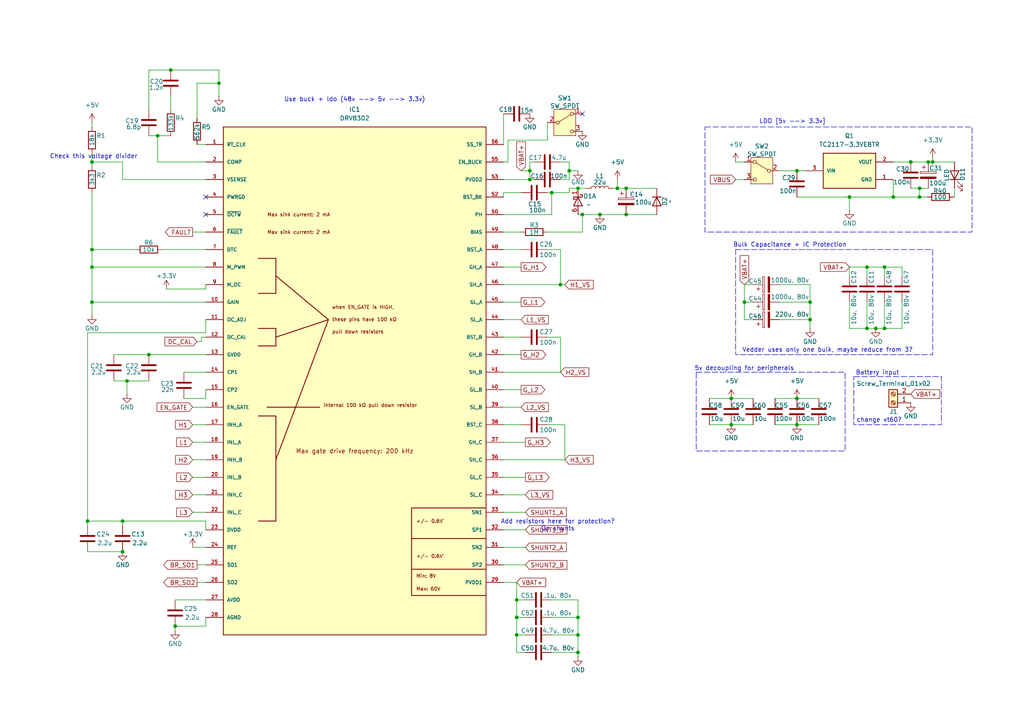
<source format=kicad_sch>
(kicad_sch (version 20250114) (generator "eeschema") (generator_version "9.0")
  (paper "A4")
  (lib_symbols
    (symbol "Connector:Screw_Terminal_01x02" (pin_names (offset 1.016) (hide yes))
      (property "Reference" "J" (at 0 2.54 0))
      (property "Value" "Screw_Terminal_01x02" (at 0 -5.08 0))
      (symbol "Screw_Terminal_01x02_1_1"
        (rectangle (start -1.27 1.27) (end 1.27 -3.81) (stroke (width 0.254)) (fill (type background)))
        (polyline (pts (xy -0.5334 0.3302) (xy 0.3302 -0.508)) (stroke (width 0.1524)))
        (polyline (pts (xy -0.5334 -2.2098) (xy 0.3302 -3.048)) (stroke (width 0.1524)))
        (polyline (pts (xy -0.3556 0.508) (xy 0.508 -0.3302)) (stroke (width 0.1524)))
        (polyline (pts (xy -0.3556 -2.032) (xy 0.508 -2.8702)) (stroke (width 0.1524)))
        (circle (center 0 0) (radius 0.635) (stroke (width 0.1524)))
        (circle (center 0 -2.54) (radius 0.635) (stroke (width 0.1524)))
        (pin passive line (at -5.08 0 0) (length 3.81) (name "Pin_1") (number "1"))
        (pin passive line (at -5.08 -2.54 0) (length 3.81) (name "Pin_2") (number "2"))
      )
    )
    (symbol "Device:C" (pin_numbers (hide yes)) (pin_names (offset 0.254))
      (property "Reference" "C" (at 0.635 2.54 0))
      (property "Value" "C" (at 0.635 -2.54 0))
      (symbol "C_0_1"
        (polyline (pts (xy -2.032 0.762) (xy 2.032 0.762)) (stroke (width 0.508)))
        (polyline (pts (xy -2.032 -0.762) (xy 2.032 -0.762)) (stroke (width 0.508)))
      )
      (symbol "C_1_1"
        (pin passive line (at 0 3.81 270) (length 2.794) (name "~") (number "1"))
        (pin passive line (at 0 -3.81 90) (length 2.794) (name "~") (number "2"))
      )
    )
    (symbol "Device:C_Polarized" (pin_numbers (hide yes)) (pin_names (offset 0.254))
      (property "Reference" "C" (at 0.635 2.54 0))
      (property "Value" "C_Polarized" (at 0.635 -2.54 0))
      (symbol "C_Polarized_0_1"
        (rectangle (start -2.286 0.508) (end 2.286 1.016))
        (polyline (pts (xy -1.778 2.286) (xy -0.762 2.286)))
        (polyline (pts (xy -1.27 2.794) (xy -1.27 1.778)))
        (rectangle (start 2.286 -0.508) (end -2.286 -1.016) (fill (type outline)))
      )
      (symbol "C_Polarized_1_1"
        (pin passive line (at 0 3.81 270) (length 2.794) (name "~") (number "1"))
        (pin passive line (at 0 -3.81 90) (length 2.794) (name "~") (number "2"))
      )
    )
    (symbol "Device:D" (pin_numbers (hide yes)) (pin_names (offset 1.016) (hide yes))
      (property "Reference" "D" (at 0 2.54 0))
      (property "Value" "D" (at 0 -2.54 0))
      (symbol "D_0_1"
        (polyline (pts (xy -1.27 1.27) (xy -1.27 -1.27)) (stroke (width 0.254)))
        (polyline (pts (xy 1.27 1.27) (xy 1.27 -1.27) (xy -1.27 0) (xy 1.27 1.27)) (stroke (width 0.254)))
        (polyline (pts (xy 1.27 0) (xy -1.27 0)))
      )
      (symbol "D_1_1"
        (pin passive line (at -3.81 0 0) (length 2.54) (name "K") (number "1"))
        (pin passive line (at 3.81 0 180) (length 2.54) (name "A") (number "2"))
      )
    )
    (symbol "Device:L" (pin_numbers (hide yes)) (pin_names (offset 1.016) (hide yes))
      (property "Reference" "L" (at -1.27 0 90))
      (property "Value" "L" (at 1.905 0 90))
      (symbol "L_0_1"
        (arc (start 0 2.54) (mid 0.6323 1.905) (end 0 1.27))
        (arc (start 0 1.27) (mid 0.6323 0.635) (end 0 0))
        (arc (start 0 0) (mid 0.6323 -0.635) (end 0 -1.27))
        (arc (start 0 -1.27) (mid 0.6323 -1.905) (end 0 -2.54))
      )
      (symbol "L_1_1"
        (pin passive line (at 0 3.81 270) (length 1.27) (name "1") (number "1"))
        (pin passive line (at 0 -3.81 90) (length 1.27) (name "2") (number "2"))
      )
    )
    (symbol "Device:LED" (pin_numbers (hide yes)) (pin_names (offset 1.016) (hide yes))
      (property "Reference" "D" (at 0 2.54 0))
      (property "Value" "LED" (at 0 -2.54 0))
      (symbol "LED_0_1"
        (polyline (pts (xy -3.048 -0.762) (xy -4.572 -2.286) (xy -3.81 -2.286) (xy -4.572 -2.286) (xy -4.572 -1.524)))
        (polyline (pts (xy -1.778 -0.762) (xy -3.302 -2.286) (xy -2.54 -2.286) (xy -3.302 -2.286) (xy -3.302 -1.524)))
        (polyline (pts (xy -1.27 0) (xy 1.27 0)))
        (polyline (pts (xy -1.27 -1.27) (xy -1.27 1.27)) (stroke (width 0.254)))
        (polyline (pts (xy 1.27 -1.27) (xy 1.27 1.27) (xy -1.27 0) (xy 1.27 -1.27)) (stroke (width 0.254)))
      )
      (symbol "LED_1_1"
        (pin passive line (at -3.81 0 0) (length 2.54) (name "K") (number "1"))
        (pin passive line (at 3.81 0 180) (length 2.54) (name "A") (number "2"))
      )
    )
    (symbol "Device:R" (pin_numbers (hide yes)) (pin_names (offset 0))
      (property "Reference" "R" (at 2.032 0 90))
      (property "Value" "R" (at 0 0 90))
      (symbol "R_0_1"
        (rectangle (start -1.016 -2.54) (end 1.016 2.54) (stroke (width 0.254)))
      )
      (symbol "R_1_1"
        (pin passive line (at 0 3.81 270) (length 1.27) (name "~") (number "1"))
        (pin passive line (at 0 -3.81 90) (length 1.27) (name "~") (number "2"))
      )
    )
    (symbol "Diode:SD103ATW" (pin_names (hide yes))
      (property "Reference" "D" (at -1.27 2.54 0))
      (property "Value" "SD103ATW" (at 0 -2.54 0))
      (symbol "SD103ATW_0_1"
        (polyline (pts (xy -1.905 0.635) (xy -1.905 1.27) (xy -1.27 1.27) (xy -1.27 -1.27) (xy -0.635 -1.27) (xy -0.635 -0.635)) (stroke (width 0.254)))
        (polyline (pts (xy 1.27 1.27) (xy 1.27 -1.27) (xy -1.27 0) (xy 1.27 1.27)) (stroke (width 0.254)))
        (polyline (pts (xy 1.27 0) (xy -1.27 0)))
      )
      (symbol "SD103ATW_1_1"
        (pin passive line (at -3.81 0 0) (length 2.54) (name "K") (number "1"))
        (pin passive line (at 3.81 0 180) (length 2.54) (name "A") (number "6"))
      )
      (symbol "SD103ATW_2_1"
        (pin passive line (at -3.81 0 0) (length 2.54) (name "K") (number "2"))
        (pin passive line (at 3.81 0 180) (length 2.54) (name "A") (number "5"))
      )
      (symbol "SD103ATW_3_1"
        (pin passive line (at -3.81 0 0) (length 2.54) (name "K") (number "3"))
        (pin passive line (at 3.81 0 180) (length 2.54) (name "A") (number "4"))
      )
    )
    (symbol "LDO:TC2117-3.3VEBTR" (pin_names (offset 1.016))
      (property "Reference" "Q" (at -7.6313 5.8507 0))
      (property "Value" "TC2117-3.3VEBTR" (at -7.6281 -7.6281 0))
      (symbol "TC2117-3.3VEBTR_0_0"
        (rectangle (start -7.62 -5.08) (end 7.62 5.08) (stroke (width 0.254)) (fill (type background)))
        (pin input line (at -12.7 0 0) (length 5.08) (name "VIN") (number "3"))
        (pin output line (at 12.7 2.54 180) (length 5.08) (name "VOUT") (number "2"))
        (pin output line (at 12.7 2.54 180) (length 5.08) (hide yes) (name "VOUT") (number "4"))
        (pin power_in line (at 12.7 -2.54 180) (length 5.08) (name "GND") (number "1"))
      )
    )
    (symbol "Switch:SW_SPDT" (pin_names (offset 0) (hide yes))
      (property "Reference" "SW" (at 0 5.08 0))
      (property "Value" "SW_SPDT" (at 0 -5.08 0))
      (symbol "SW_SPDT_0_1"
        (circle (center -2.032 0) (radius 0.4572))
        (polyline (pts (xy -1.651 0.254) (xy 1.651 2.286)))
        (circle (center 2.032 2.54) (radius 0.4572))
        (circle (center 2.032 -2.54) (radius 0.4572))
      )
      (symbol "SW_SPDT_1_1"
        (rectangle (start -3.175 3.81) (end 3.175 -3.81) (fill (type background)))
        (pin passive line (at -5.08 0 0) (length 2.54) (name "B") (number "2"))
        (pin passive line (at 5.08 2.54 180) (length 2.54) (name "A") (number "1"))
        (pin passive line (at 5.08 -2.54 180) (length 2.54) (name "C") (number "3"))
      )
    )
    (symbol "ebike-Symbols:DRV8302" (pin_names (offset 1.016))
      (property "Reference" "IC" (at -38.1 76.2 0))
      (property "Value" "DRV8302" (at 0 53.34 0))
      (symbol "DRV8302_0_0"
        (rectangle (start -38.1 -73.66) (end 38.1 73.66) (stroke (width 0.254)) (fill (type background)))
        (polyline (pts (xy -27.94 35.56) (xy -22.86 35.56)) (stroke (width 0.254)))
        (polyline (pts (xy -27.94 15.24) (xy -22.86 15.24)) (stroke (width 0.254)))
        (polyline (pts (xy -27.94 -10.16) (xy -22.86 -10.16)) (stroke (width 0.254)))
        (polyline (pts (xy -22.86 35.56) (xy -22.86 30.48)) (stroke (width 0.254)))
        (polyline (pts (xy -22.86 30.48) (xy -22.86 25.4)) (stroke (width 0.254)))
        (polyline (pts (xy -22.86 25.4) (xy -27.94 25.4)) (stroke (width 0.254)))
        (polyline (pts (xy -22.86 15.24) (xy -22.86 12.7)) (stroke (width 0.254)))
        (polyline (pts (xy -22.86 12.7) (xy -22.86 10.16)) (stroke (width 0.254)))
        (polyline (pts (xy -22.86 10.16) (xy -27.94 10.16)) (stroke (width 0.254)))
        (polyline (pts (xy -22.86 -10.16) (xy -22.86 -22.86)) (stroke (width 0.254)))
        (polyline (pts (xy -22.86 -22.86) (xy -22.86 -40.64)) (stroke (width 0.254)))
        (polyline (pts (xy -22.86 -22.86) (xy -7.62 17.78)) (stroke (width 0.254)))
        (polyline (pts (xy -22.86 -40.64) (xy -27.94 -40.64)) (stroke (width 0.254)))
        (polyline (pts (xy -10.16 -7.62) (xy -25.4 -7.62)) (stroke (width 0.254)))
        (polyline (pts (xy -7.62 17.78) (xy -22.86 30.48)) (stroke (width 0.254)))
        (polyline (pts (xy -7.62 17.78) (xy -22.86 12.7)) (stroke (width 0.254)))
        (polyline (pts (xy 16.51 -36.83) (xy 16.51 -45.72)) (stroke (width 0.254)))
        (polyline (pts (xy 16.51 -36.83) (xy 38.1 -36.83)) (stroke (width 0.254)))
        (polyline (pts (xy 16.51 -45.72) (xy 16.51 -54.61)) (stroke (width 0.254)))
        (polyline (pts (xy 16.51 -45.72) (xy 38.1 -45.72)) (stroke (width 0.254)))
        (polyline (pts (xy 16.51 -54.61) (xy 16.51 -62.23)) (stroke (width 0.254)))
        (polyline (pts (xy 16.51 -54.61) (xy 38.1 -54.61)) (stroke (width 0.254)))
        (polyline (pts (xy 16.51 -62.23) (xy 38.1 -62.23)) (stroke (width 0.254)))
        (text "Max sink current: 2 mA" (at -25.4 48.26 0) (effects (font (size 1.016 1.016)) (justify left)))
        (text "Max sink current: 2 mA" (at -25.4 43.18 0) (effects (font (size 1.016 1.016)) (justify left)))
        (text "internal 100 kΩ pull down resistor" (at -9.144 -7.62 0) (effects (font (size 1.016 1.016)) (justify left bottom)))
        (text "when EN_GATE is HIGH," (at -6.604 20.828 0) (effects (font (size 1.016 1.016)) (justify left bottom)))
        (text "these pins have 100 kΩ" (at -6.604 17.272 0) (effects (font (size 1.016 1.016)) (justify left bottom)))
        (text "pull down resistors" (at -6.604 13.716 0) (effects (font (size 1.016 1.016)) (justify left bottom)))
        (text "Max gate drive frequency: 200 kHz" (at 0 -20.32 0) (effects (font (size 1.27 1.27))))
        (text "+/- 0.6V'" (at 17.78 -40.64 0) (effects (font (size 1.016 1.016)) (justify left)))
        (text "+/- 0.6V'" (at 17.78 -50.8 0) (effects (font (size 1.016 1.016)) (justify left)))
        (text "Min: 8V" (at 17.78 -57.15 0) (effects (font (size 1.016 1.016)) (justify left bottom)))
        (text "Max: 60V" (at 17.78 -59.69 0) (effects (font (size 1.016 1.016)) (justify left top)))
        (pin input line (at -43.18 68.58 0) (length 5.08) (name "RT_CLK") (number "1"))
        (pin output line (at -43.18 63.5 0) (length 5.08) (name "COMP") (number "2"))
        (pin input line (at -43.18 58.42 0) (length 5.08) (name "VSENSE") (number "3"))
        (pin input line (at -43.18 53.34 0) (length 5.08) (name "PWRGD") (number "4"))
        (pin open_collector line (at -43.18 48.26 0) (length 5.08) (name "~{OCTW}") (number "5"))
        (pin open_collector line (at -43.18 43.18 0) (length 5.08) (name "~{FAULT}") (number "6"))
        (pin input line (at -43.18 38.1 0) (length 5.08) (name "DTC") (number "7"))
        (pin input line (at -43.18 33.02 0) (length 5.08) (name "M_PWM") (number "8"))
        (pin input line (at -43.18 27.94 0) (length 5.08) (name "M_OC") (number "9"))
        (pin output line (at -43.18 22.86 0) (length 5.08) (name "GAIN") (number "10"))
        (pin input line (at -43.18 17.78 0) (length 5.08) (name "OC_ADJ") (number "11"))
        (pin input line (at -43.18 12.7 0) (length 5.08) (name "DC_CAL") (number "12"))
        (pin power_in line (at -43.18 7.62 0) (length 5.08) (name "GVDD") (number "13"))
        (pin power_in line (at -43.18 2.54 0) (length 5.08) (name "CP1") (number "14"))
        (pin power_in line (at -43.18 -2.54 0) (length 5.08) (name "CP2") (number "15"))
        (pin input line (at -43.18 -7.62 0) (length 5.08) (name "EN_GATE") (number "16"))
        (pin input line (at -43.18 -12.7 0) (length 5.08) (name "INH_A") (number "17"))
        (pin input line (at -43.18 -17.78 0) (length 5.08) (name "INL_A") (number "18"))
        (pin input line (at -43.18 -22.86 0) (length 5.08) (name "INH_B") (number "19"))
        (pin input line (at -43.18 -27.94 0) (length 5.08) (name "INL_B") (number "20"))
        (pin input line (at -43.18 -33.02 0) (length 5.08) (name "INH_C") (number "21"))
        (pin input line (at -43.18 -38.1 0) (length 5.08) (name "INL_C") (number "22"))
        (pin power_in line (at -43.18 -43.18 0) (length 5.08) (name "DVDD") (number "23"))
        (pin input line (at -43.18 -48.26 0) (length 5.08) (name "REF") (number "24"))
        (pin output line (at -43.18 -53.34 0) (length 5.08) (name "SO1") (number "25"))
        (pin output line (at -43.18 -58.42 0) (length 5.08) (name "SO2") (number "26"))
        (pin power_in line (at -43.18 -63.5 0) (length 5.08) (name "AVDD") (number "27"))
        (pin power_in line (at -43.18 -68.58 0) (length 5.08) (name "AGND") (number "28"))
        (pin power_in line (at -43.18 -68.58 0) (length 5.08) (hide yes) (name "AGND") (number "57"))
        (pin power_in line (at -43.18 -68.58 0) (length 5.08) (hide yes) (name "AGND") (number "58"))
        (pin power_in line (at -43.18 -68.58 0) (length 5.08) (hide yes) (name "AGND") (number "59"))
        (pin input line (at 43.18 68.58 180) (length 5.08) (name "SS_TR") (number "56"))
        (pin input line (at 43.18 63.5 180) (length 5.08) (name "EN_BUCK") (number "55"))
        (pin bidirectional line (at 43.18 58.42 180) (length 5.08) (name "PVDD2") (number "53"))
        (pin bidirectional line (at 43.18 58.42 180) (length 5.08) (hide yes) (name "PVDD2") (number "54"))
        (pin power_in line (at 43.18 53.34 180) (length 5.08) (name "BST_BK") (number "52"))
        (pin output line (at 43.18 48.26 180) (length 5.08) (name "PH") (number "50"))
        (pin output line (at 43.18 48.26 180) (length 5.08) (hide yes) (name "PH") (number "51"))
        (pin input line (at 43.18 43.18 180) (length 5.08) (name "BIAS") (number "49"))
        (pin power_in line (at 43.18 38.1 180) (length 5.08) (name "BST_A") (number "48"))
        (pin output line (at 43.18 33.02 180) (length 5.08) (name "GH_A") (number "47"))
        (pin input line (at 43.18 27.94 180) (length 5.08) (name "SH_A") (number "46"))
        (pin output line (at 43.18 22.86 180) (length 5.08) (name "GL_A") (number "45"))
        (pin input line (at 43.18 17.78 180) (length 5.08) (name "SL_A") (number "44"))
        (pin power_in line (at 43.18 12.7 180) (length 5.08) (name "BST_B") (number "43"))
        (pin output line (at 43.18 7.62 180) (length 5.08) (name "GH_B") (number "42"))
        (pin input line (at 43.18 2.54 180) (length 5.08) (name "SH_B") (number "41"))
        (pin output line (at 43.18 -2.54 180) (length 5.08) (name "GL_B") (number "40"))
        (pin input line (at 43.18 -7.62 180) (length 5.08) (name "SL_B") (number "39"))
        (pin power_in line (at 43.18 -12.7 180) (length 5.08) (name "BST_C") (number "38"))
        (pin output line (at 43.18 -17.78 180) (length 5.08) (name "GH_C") (number "37"))
        (pin input line (at 43.18 -22.86 180) (length 5.08) (name "SH_C") (number "36"))
        (pin output line (at 43.18 -27.94 180) (length 5.08) (name "GL_C") (number "35"))
        (pin input line (at 43.18 -33.02 180) (length 5.08) (name "SL_C") (number "34"))
        (pin input line (at 43.18 -38.1 180) (length 5.08) (name "SN1") (number "33"))
        (pin input line (at 43.18 -43.18 180) (length 5.08) (name "SP1") (number "32"))
        (pin input line (at 43.18 -48.26 180) (length 5.08) (name "SN2") (number "31"))
        (pin input line (at 43.18 -53.34 180) (length 5.08) (name "SP2") (number "30"))
        (pin power_in line (at 43.18 -58.42 180) (length 5.08) (name "PVDD1") (number "29"))
      )
    )
    (symbol "power:+3.3V" (power) (pin_numbers (hide yes)) (pin_names (offset 0) (hide yes))
      (property "Value" "+3.3V" (at 0 3.556 0))
      (symbol "+3.3V_0_1"
        (polyline (pts (xy -0.762 1.27) (xy 0 2.54)))
        (polyline (pts (xy 0 2.54) (xy 0.762 1.27)))
        (polyline (pts (xy 0 0) (xy 0 2.54)))
      )
      (symbol "+3.3V_1_1"
        (pin power_in line (at 0 0 90) (length 0) (name "~") (number "1"))
      )
    )
    (symbol "power:+5V" (power) (pin_numbers (hide yes)) (pin_names (offset 0) (hide yes))
      (property "Value" "+5V" (at 0 3.556 0))
      (symbol "+5V_0_1"
        (polyline (pts (xy -0.762 1.27) (xy 0 2.54)))
        (polyline (pts (xy 0 2.54) (xy 0.762 1.27)))
        (polyline (pts (xy 0 0) (xy 0 2.54)))
      )
      (symbol "+5V_1_1"
        (pin power_in line (at 0 0 90) (length 0) (name "~") (number "1"))
      )
    )
    (symbol "power:GND" (power) (pin_numbers (hide yes)) (pin_names (offset 0) (hide yes))
      (property "Value" "GND" (at 0 -3.81 0))
      (symbol "GND_0_1"
        (polyline (pts (xy 0 0) (xy 0 -1.27) (xy 1.27 -1.27) (xy 0 -2.54) (xy -1.27 -1.27) (xy 0 -1.27)))
      )
      (symbol "GND_1_1"
        (pin power_in line (at 0 0 270) (length 0) (name "~") (number "1"))
      )
    )
  )
  (rectangle (start 247.65 109.22) (end 273.05 123.19) (stroke (width 0) (type dash)))
  (rectangle (start 213.36 72.39) (end 270.51 102.87) (stroke (width 0) (type dash)))
  (rectangle (start 201.93 107.95) (end 245.11 130.81) (stroke (width 0) (type dash)))
  (rectangle (start 204.47 36.83) (end 281.94 67.31) (stroke (width 0) (type dash)))
  (text "Vedder uses only one bulk, maybe reduce from 3?" (at 240.03 101.6 0) (effects (font (size 1.27 1.27))))
  (text "Check this voltage divider" (at 27.178 45.466 0) (effects (font (size 1.27 1.27))))
  (text "Battery input" (at 254.508 108.204 0) (effects (font (size 1.27 1.27))))
  (text "Add resistors here for protection?\nOn shunts\n" (at 161.798 152.4 0) (effects (font (size 1.27 1.27))))
  (text "5v decoupling for peripherals" (at 215.9 106.934 0) (effects (font (size 1.27 1.27))))
  (text "LDO [5v --> 3.3v]" (at 229.87 35.306 0) (effects (font (size 1.27 1.27))))
  (text "change xt60?" (at 255.016 121.92 0) (effects (font (size 1.27 1.27))))
  (text "Bulk Capacitance + IC Protection\n" (at 229.108 71.12 0) (effects (font (size 1.27 1.27))))
  (text "Use buck + ldo (48v --> 5v --> 3.3v)\n\n" (at 102.87 29.972 0) (effects (font (size 1.27 1.27))))
  (junction (at 179.07 54.61))
  (junction (at 212.09 123.19))
  (junction (at 246.38 57.15))
  (junction (at 264.16 46.99))
  (junction (at 251.46 95.25))
  (junction (at 43.18 102.87))
  (junction (at 35.56 151.13))
  (junction (at 149.86 184.15))
  (junction (at 26.67 87.63))
  (junction (at 256.54 77.47))
  (junction (at 234.95 92.71))
  (junction (at 234.95 87.63))
  (junction (at 149.86 179.07))
  (junction (at 231.14 115.57))
  (junction (at 26.67 46.99))
  (junction (at 173.99 62.23))
  (junction (at 231.14 49.53))
  (junction (at 50.8 181.61))
  (junction (at 35.56 160.02))
  (junction (at 181.61 62.23))
  (junction (at 153.67 52.07))
  (junction (at 153.67 49.53))
  (junction (at 269.24 46.99))
  (junction (at 160.02 55.88))
  (junction (at 167.64 179.07))
  (junction (at 215.9 87.63))
  (junction (at 270.51 46.99))
  (junction (at 266.7 57.15))
  (junction (at 254 95.25))
  (junction (at 165.1 49.53))
  (junction (at 212.09 115.57))
  (junction (at 162.56 82.55))
  (junction (at 256.54 95.25))
  (junction (at 167.64 184.15))
  (junction (at 63.5 24.13))
  (junction (at 181.61 54.61))
  (junction (at 167.64 54.61))
  (junction (at 168.91 62.23))
  (junction (at 25.4 151.13))
  (junction (at 167.64 189.23))
  (junction (at 36.83 110.49))
  (junction (at 251.46 77.47))
  (junction (at 266.7 54.61))
  (junction (at 231.14 123.19))
  (junction (at 45.72 39.37))
  (junction (at 149.86 173.99))
  (junction (at 26.67 77.47))
  (junction (at 259.08 57.15))
  (junction (at 26.67 72.39))
  (junction (at 49.53 20.32))
  (no_connect (at 168.91 33.02))
  (no_connect (at 59.69 57.15))
  (no_connect (at 59.69 62.23))
  (wire (pts (xy 160.02 179.07) (xy 167.64 179.07)))
  (wire (pts (xy 46.99 72.39) (xy 59.69 72.39)))
  (wire (pts (xy 205.74 115.57) (xy 212.09 115.57)))
  (wire (pts (xy 231.14 123.19) (xy 237.49 123.19)))
  (wire (pts (xy 261.62 77.47) (xy 261.62 80.01)))
  (wire (pts (xy 212.09 123.19) (xy 218.44 123.19)))
  (wire (pts (xy 266.7 54.61) (xy 269.24 54.61)))
  (wire (pts (xy 55.88 158.75) (xy 59.69 158.75)))
  (wire (pts (xy 59.69 52.07) (xy 35.56 52.07)))
  (wire (pts (xy 234.95 82.55) (xy 226.06 82.55)))
  (wire (pts (xy 224.79 123.19) (xy 231.14 123.19)))
  (wire (pts (xy 231.14 49.53) (xy 233.68 49.53)))
  (wire (pts (xy 59.69 181.61) (xy 59.69 179.07)))
  (wire (pts (xy 146.05 128.27) (xy 152.4 128.27)))
  (wire (pts (xy 163.83 123.19) (xy 163.83 133.35)))
  (wire (pts (xy 49.53 27.94) (xy 49.53 31.75)))
  (wire (pts (xy 149.86 184.15) (xy 149.86 189.23)))
  (wire (pts (xy 270.51 46.99) (xy 276.86 46.99)))
  (wire (pts (xy 35.56 151.13) (xy 35.56 152.4)))
  (wire (pts (xy 26.67 35.56) (xy 26.67 36.83)))
  (wire (pts (xy 261.62 95.25) (xy 256.54 95.25)))
  (wire (pts (xy 215.9 92.71) (xy 218.44 92.71)))
  (wire (pts (xy 153.67 49.53) (xy 153.67 52.07)))
  (wire (pts (xy 25.4 96.52) (xy 59.69 96.52)))
  (wire (pts (xy 168.91 62.23) (xy 173.99 62.23)))
  (wire (pts (xy 26.67 72.39) (xy 26.67 77.47)))
  (wire (pts (xy 43.18 20.32) (xy 49.53 20.32)))
  (wire (pts (xy 167.64 49.53) (xy 165.1 49.53)))
  (wire (pts (xy 55.88 133.35) (xy 59.69 133.35)))
  (wire (pts (xy 146.05 168.91) (xy 149.86 168.91)))
  (wire (pts (xy 26.67 46.99) (xy 26.67 48.26)))
  (wire (pts (xy 59.69 46.99) (xy 45.72 46.99)))
  (wire (pts (xy 57.15 168.91) (xy 59.69 168.91)))
  (wire (pts (xy 59.69 115.57) (xy 59.69 113.03)))
  (wire (pts (xy 246.38 87.63) (xy 246.38 95.25)))
  (wire (pts (xy 26.67 72.39) (xy 39.37 72.39)))
  (wire (pts (xy 146.05 33.02) (xy 146.05 41.91)))
  (wire (pts (xy 59.69 102.87) (xy 43.18 102.87)))
  (wire (pts (xy 165.1 49.53) (xy 165.1 52.07)))
  (wire (pts (xy 215.9 82.55) (xy 218.44 82.55)))
  (wire (pts (xy 25.4 151.13) (xy 35.56 151.13)))
  (wire (pts (xy 33.02 102.87) (xy 43.18 102.87)))
  (wire (pts (xy 55.88 67.31) (xy 59.69 67.31)))
  (wire (pts (xy 179.07 52.07) (xy 179.07 54.61)))
  (wire (pts (xy 167.64 62.23) (xy 168.91 62.23)))
  (wire (pts (xy 26.67 55.88) (xy 26.67 72.39)))
  (wire (pts (xy 57.15 163.83) (xy 59.69 163.83)))
  (wire (pts (xy 158.75 67.31) (xy 168.91 67.31)))
  (wire (pts (xy 167.64 189.23) (xy 167.64 190.5)))
  (wire (pts (xy 50.8 181.61) (xy 50.8 182.88)))
  (wire (pts (xy 264.16 54.61) (xy 266.7 54.61)))
  (wire (pts (xy 246.38 80.01) (xy 246.38 77.47)))
  (wire (pts (xy 215.9 82.55) (xy 215.9 87.63)))
  (wire (pts (xy 173.99 62.23) (xy 181.61 62.23)))
  (wire (pts (xy 234.95 92.71) (xy 226.06 92.71)))
  (wire (pts (xy 254 95.25) (xy 256.54 95.25)))
  (wire (pts (xy 25.4 160.02) (xy 35.56 160.02)))
  (wire (pts (xy 158.75 40.64) (xy 147.32 40.64)))
  (wire (pts (xy 146.05 107.95) (xy 162.56 107.95)))
  (wire (pts (xy 146.05 148.59) (xy 152.4 148.59)))
  (wire (pts (xy 261.62 95.25) (xy 261.62 87.63)))
  (wire (pts (xy 167.64 54.61) (xy 170.18 54.61)))
  (wire (pts (xy 167.64 173.99) (xy 160.02 173.99)))
  (wire (pts (xy 55.88 118.11) (xy 59.69 118.11)))
  (wire (pts (xy 234.95 87.63) (xy 226.06 87.63)))
  (wire (pts (xy 26.67 77.47) (xy 26.67 87.63)))
  (wire (pts (xy 55.88 138.43) (xy 59.69 138.43)))
  (wire (pts (xy 149.86 184.15) (xy 152.4 184.15)))
  (wire (pts (xy 55.88 143.51) (xy 59.69 143.51)))
  (wire (pts (xy 59.69 151.13) (xy 59.69 153.67)))
  (wire (pts (xy 160.02 184.15) (xy 167.64 184.15)))
  (wire (pts (xy 146.05 123.19) (xy 151.13 123.19)))
  (wire (pts (xy 270.51 46.99) (xy 270.51 45.72)))
  (wire (pts (xy 63.5 27.94) (xy 63.5 24.13)))
  (wire (pts (xy 276.86 54.61) (xy 276.86 57.15)))
  (wire (pts (xy 26.67 91.44) (xy 26.67 87.63)))
  (wire (pts (xy 53.34 115.57) (xy 59.69 115.57)))
  (wire (pts (xy 246.38 57.15) (xy 246.38 60.96)))
  (wire (pts (xy 177.8 54.61) (xy 179.07 54.61)))
  (wire (pts (xy 146.05 158.75) (xy 152.4 158.75)))
  (wire (pts (xy 162.56 82.55) (xy 163.83 82.55)))
  (wire (pts (xy 165.1 54.61) (xy 167.64 54.61)))
  (wire (pts (xy 231.14 115.57) (xy 237.49 115.57)))
  (wire (pts (xy 215.9 87.63) (xy 215.9 92.71)))
  (wire (pts (xy 59.69 96.52) (xy 59.69 92.71)))
  (wire (pts (xy 149.86 168.91) (xy 149.86 173.99)))
  (wire (pts (xy 57.15 24.13) (xy 63.5 24.13)))
  (wire (pts (xy 146.05 87.63) (xy 151.13 87.63)))
  (wire (pts (xy 146.05 77.47) (xy 151.13 77.47)))
  (wire (pts (xy 261.62 77.47) (xy 256.54 77.47)))
  (wire (pts (xy 165.1 55.88) (xy 165.1 54.61)))
  (wire (pts (xy 190.5 62.23) (xy 181.61 62.23)))
  (wire (pts (xy 35.56 46.99) (xy 26.67 46.99)))
  (wire (pts (xy 234.95 87.63) (xy 234.95 92.71)))
  (wire (pts (xy 36.83 110.49) (xy 36.83 114.3)))
  (wire (pts (xy 49.53 20.32) (xy 63.5 20.32)))
  (wire (pts (xy 55.88 123.19) (xy 59.69 123.19)))
  (wire (pts (xy 246.38 77.47) (xy 251.46 77.47)))
  (wire (pts (xy 149.86 189.23) (xy 152.4 189.23)))
  (wire (pts (xy 63.5 24.13) (xy 63.5 20.32)))
  (wire (pts (xy 146.05 143.51) (xy 152.4 143.51)))
  (wire (pts (xy 264.16 46.99) (xy 269.24 46.99)))
  (wire (pts (xy 179.07 54.61) (xy 181.61 54.61)))
  (wire (pts (xy 146.05 153.67) (xy 152.4 153.67)))
  (wire (pts (xy 36.83 110.49) (xy 43.18 110.49)))
  (wire (pts (xy 268.9926 57.15) (xy 266.7 57.15)))
  (wire (pts (xy 251.46 77.47) (xy 251.46 80.01)))
  (wire (pts (xy 53.34 107.95) (xy 59.69 107.95)))
  (wire (pts (xy 146.05 92.71) (xy 151.13 92.71)))
  (wire (pts (xy 259.08 57.15) (xy 266.7 57.15)))
  (wire (pts (xy 149.86 179.07) (xy 149.86 184.15)))
  (wire (pts (xy 269.24 46.99) (xy 270.51 46.99)))
  (wire (pts (xy 45.72 46.99) (xy 45.72 39.37)))
  (wire (pts (xy 59.69 77.47) (xy 26.67 77.47)))
  (wire (pts (xy 234.95 82.55) (xy 234.95 87.63)))
  (wire (pts (xy 149.86 173.99) (xy 149.86 179.07)))
  (wire (pts (xy 153.67 46.99) (xy 153.67 49.53)))
  (wire (pts (xy 153.67 52.07) (xy 154.94 52.07)))
  (wire (pts (xy 165.1 49.53) (xy 165.1 46.99)))
  (wire (pts (xy 147.32 46.99) (xy 146.05 46.99)))
  (wire (pts (xy 33.02 110.49) (xy 36.83 110.49)))
  (wire (pts (xy 55.88 148.59) (xy 59.69 148.59)))
  (wire (pts (xy 167.64 184.15) (xy 167.64 189.23)))
  (wire (pts (xy 43.18 31.75) (xy 43.18 20.32)))
  (wire (pts (xy 151.13 49.53) (xy 153.67 49.53)))
  (wire (pts (xy 59.69 83.82) (xy 48.26 83.82)))
  (wire (pts (xy 146.05 113.03) (xy 151.13 113.03)))
  (wire (pts (xy 146.05 138.43) (xy 152.4 138.43)))
  (wire (pts (xy 153.67 52.07) (xy 146.05 52.07)))
  (wire (pts (xy 58.42 99.06) (xy 58.42 97.79)))
  (wire (pts (xy 50.8 181.61) (xy 59.69 181.61)))
  (wire (pts (xy 266.7 54.61) (xy 266.7 57.15)))
  (wire (pts (xy 35.56 151.13) (xy 59.69 151.13)))
  (wire (pts (xy 26.67 44.45) (xy 26.67 46.99)))
  (wire (pts (xy 55.88 128.27) (xy 59.69 128.27)))
  (wire (pts (xy 259.08 46.99) (xy 264.16 46.99)))
  (wire (pts (xy 146.05 97.79) (xy 151.13 97.79)))
  (wire (pts (xy 251.46 77.47) (xy 256.54 77.47)))
  (wire (pts (xy 259.08 57.15) (xy 246.38 57.15)))
  (wire (pts (xy 149.86 179.07) (xy 152.4 179.07)))
  (wire (pts (xy 231.14 57.15) (xy 246.38 57.15)))
  (wire (pts (xy 160.02 189.23) (xy 167.64 189.23)))
  (wire (pts (xy 146.05 67.31) (xy 151.13 67.31)))
  (wire (pts (xy 205.74 123.19) (xy 212.09 123.19)))
  (wire (pts (xy 165.1 52.07) (xy 162.56 52.07)))
  (wire (pts (xy 246.38 95.25) (xy 251.46 95.25)))
  (wire (pts (xy 162.56 72.39) (xy 162.56 82.55)))
  (wire (pts (xy 146.05 55.88) (xy 146.05 57.15)))
  (wire (pts (xy 160.02 62.23) (xy 160.02 55.88)))
  (wire (pts (xy 50.8 173.99) (xy 59.69 173.99)))
  (wire (pts (xy 58.42 97.79) (xy 59.69 97.79)))
  (wire (pts (xy 160.02 55.88) (xy 165.1 55.88)))
  (wire (pts (xy 147.32 40.64) (xy 147.32 46.99)))
  (wire (pts (xy 226.06 49.53) (xy 231.14 49.53)))
  (wire (pts (xy 256.54 77.47) (xy 256.54 80.01)))
  (wire (pts (xy 146.05 163.83) (xy 152.4 163.83)))
  (wire (pts (xy 259.08 52.07) (xy 259.08 57.15)))
  (wire (pts (xy 162.56 97.79) (xy 162.56 107.95)))
  (wire (pts (xy 158.75 55.88) (xy 160.02 55.88)))
  (wire (pts (xy 256.54 95.25) (xy 256.54 87.63)))
  (wire (pts (xy 153.67 46.99) (xy 154.94 46.99)))
  (wire (pts (xy 167.64 179.07) (xy 167.64 184.15)))
  (wire (pts (xy 149.86 173.99) (xy 152.4 173.99)))
  (wire (pts (xy 215.9 87.63) (xy 218.44 87.63)))
  (wire (pts (xy 158.75 123.19) (xy 163.83 123.19)))
  (wire (pts (xy 213.36 52.07) (xy 215.9 52.07)))
  (wire (pts (xy 35.56 52.07) (xy 35.56 46.99)))
  (wire (pts (xy 234.95 92.71) (xy 234.95 95.25)))
  (wire (pts (xy 212.09 115.57) (xy 218.44 115.57)))
  (wire (pts (xy 57.15 34.29) (xy 57.15 24.13)))
  (wire (pts (xy 57.15 41.91) (xy 59.69 41.91)))
  (wire (pts (xy 57.15 99.06) (xy 58.42 99.06)))
  (wire (pts (xy 158.75 97.79) (xy 162.56 97.79)))
  (wire (pts (xy 146.05 133.35) (xy 163.83 133.35)))
  (wire (pts (xy 165.1 46.99) (xy 162.56 46.99)))
  (wire (pts (xy 146.05 102.87) (xy 151.13 102.87)))
  (wire (pts (xy 151.13 55.88) (xy 146.05 55.88)))
  (wire (pts (xy 181.61 54.61) (xy 190.5 54.61)))
  (wire (pts (xy 251.46 87.63) (xy 251.46 95.25)))
  (wire (pts (xy 158.75 72.39) (xy 162.56 72.39)))
  (wire (pts (xy 43.18 39.37) (xy 45.72 39.37)))
  (wire (pts (xy 146.05 82.55) (xy 162.56 82.55)))
  (wire (pts (xy 167.64 173.99) (xy 167.64 179.07)))
  (wire (pts (xy 251.46 95.25) (xy 254 95.25)))
  (wire (pts (xy 158.75 35.56) (xy 158.75 40.64)))
  (wire (pts (xy 146.05 118.11) (xy 151.13 118.11)))
  (wire (pts (xy 59.69 87.63) (xy 26.67 87.63)))
  (wire (pts (xy 59.69 83.82) (xy 59.69 82.55)))
  (wire (pts (xy 45.72 39.37) (xy 49.53 39.37)))
  (wire (pts (xy 146.05 72.39) (xy 151.13 72.39)))
  (wire (pts (xy 168.91 67.31) (xy 168.91 62.23)))
  (wire (pts (xy 276.86 57.15) (xy 276.6126 57.15)))
  (wire (pts (xy 25.4 96.52) (xy 25.4 151.13)))
  (wire (pts (xy 25.4 151.13) (xy 25.4 152.4)))
  (wire (pts (xy 224.79 115.57) (xy 231.14 115.57)))
  (wire (pts (xy 213.36 46.99) (xy 215.9 46.99)))
  (wire (pts (xy 146.05 62.23) (xy 160.02 62.23)))
  (global_label "G_L2" (shape output) (at 151.13 113.03 0) (property "Intersheetrefs" "${INTERSHEET_REFS}" (effects (hide yes))))
  (global_label "H2_VS" (shape input) (at 162.56 107.95 0) (property "Intersheetrefs" "${INTERSHEET_REFS}" (effects (hide yes))))
  (global_label "VBAT+" (shape input) (at 151.13 49.53 90) (property "Intersheetrefs" "${INTERSHEET_REFS}" (effects (hide yes))))
  (global_label "DC_CAL" (shape input) (at 57.15 99.06 180) (property "Intersheetrefs" "${INTERSHEET_REFS}" (effects (hide yes))))
  (global_label "G_H2" (shape output) (at 151.13 102.87 0) (property "Intersheetrefs" "${INTERSHEET_REFS}" (effects (hide yes))))
  (global_label "VBAT+" (shape input) (at 264.16 114.3 0) (property "Intersheetrefs" "${INTERSHEET_REFS}" (effects (hide yes))))
  (global_label "SHUNT2_B" (shape input) (at 152.4 163.83 0) (property "Intersheetrefs" "${INTERSHEET_REFS}" (effects (hide yes))))
  (global_label "VBAT+" (shape input) (at 246.38 77.47 180) (property "Intersheetrefs" "${INTERSHEET_REFS}" (effects (hide yes))))
  (global_label "L1_VS" (shape input) (at 151.13 92.71 0) (property "Intersheetrefs" "${INTERSHEET_REFS}" (effects (hide yes))))
  (global_label "SHUNT1_A" (shape input) (at 152.4 148.59 0) (property "Intersheetrefs" "${INTERSHEET_REFS}" (effects (hide yes))))
  (global_label "VBUS" (shape input) (at 213.36 52.07 180) (property "Intersheetrefs" "${INTERSHEET_REFS}" (effects (hide yes))))
  (global_label "H3" (shape input) (at 55.88 143.51 180) (property "Intersheetrefs" "${INTERSHEET_REFS}" (effects (hide yes))))
  (global_label "L2_VS" (shape input) (at 151.13 118.11 0) (property "Intersheetrefs" "${INTERSHEET_REFS}" (effects (hide yes))))
  (global_label "L3" (shape input) (at 55.88 148.59 180) (property "Intersheetrefs" "${INTERSHEET_REFS}" (effects (hide yes))))
  (global_label "G_L1" (shape output) (at 151.13 87.63 0) (property "Intersheetrefs" "${INTERSHEET_REFS}" (effects (hide yes))))
  (global_label "G_H3" (shape output) (at 152.4 128.27 0) (property "Intersheetrefs" "${INTERSHEET_REFS}" (effects (hide yes))))
  (global_label "EN_GATE" (shape input) (at 55.88 118.11 180) (property "Intersheetrefs" "${INTERSHEET_REFS}" (effects (hide yes))))
  (global_label "FAULT" (shape output) (at 55.88 67.31 180) (property "Intersheetrefs" "${INTERSHEET_REFS}" (effects (hide yes))))
  (global_label "H1" (shape input) (at 55.88 123.19 180) (property "Intersheetrefs" "${INTERSHEET_REFS}" (effects (hide yes))))
  (global_label "BR_SO1" (shape output) (at 57.15 163.83 180) (property "Intersheetrefs" "${INTERSHEET_REFS}" (effects (hide yes))))
  (global_label "BR_SO2" (shape output) (at 57.15 168.91 180) (property "Intersheetrefs" "${INTERSHEET_REFS}" (effects (hide yes))))
  (global_label "L2" (shape input) (at 55.88 138.43 180) (property "Intersheetrefs" "${INTERSHEET_REFS}" (effects (hide yes))))
  (global_label "G_L3" (shape output) (at 152.4 138.43 0) (property "Intersheetrefs" "${INTERSHEET_REFS}" (effects (hide yes))))
  (global_label "L3_VS" (shape input) (at 152.4 143.51 0) (property "Intersheetrefs" "${INTERSHEET_REFS}" (effects (hide yes))))
  (global_label "VBAT+" (shape input) (at 215.9 82.55 90) (property "Intersheetrefs" "${INTERSHEET_REFS}" (effects (hide yes))))
  (global_label "VBAT+" (shape input) (at 149.86 168.91 0) (property "Intersheetrefs" "${INTERSHEET_REFS}" (effects (hide yes))))
  (global_label "H2" (shape input) (at 55.88 133.35 180) (property "Intersheetrefs" "${INTERSHEET_REFS}" (effects (hide yes))))
  (global_label "G_H1" (shape output) (at 151.13 77.47 0) (property "Intersheetrefs" "${INTERSHEET_REFS}" (effects (hide yes))))
  (global_label "L1" (shape input) (at 55.88 128.27 180) (property "Intersheetrefs" "${INTERSHEET_REFS}" (effects (hide yes))))
  (global_label "H1_VS" (shape input) (at 163.83 82.55 0) (property "Intersheetrefs" "${INTERSHEET_REFS}" (effects (hide yes))))
  (global_label "H3_VS" (shape input) (at 163.83 133.35 0) (property "Intersheetrefs" "${INTERSHEET_REFS}" (effects (hide yes))))
  (global_label "SHUNT1_B" (shape input) (at 152.4 153.67 0) (property "Intersheetrefs" "${INTERSHEET_REFS}" (effects (hide yes))))
  (global_label "SHUNT2_A" (shape input) (at 152.4 158.75 0) (property "Intersheetrefs" "${INTERSHEET_REFS}" (effects (hide yes))))
  (symbol (lib_id "Device:R") (at 272.8026 57.15 90) (unit 1)
    (property "Reference" "R40" (at 274.574 55.372 90) (effects (justify left)))
    (property "Value" "100" (at 274.5806 57.15 90) (effects (justify left)))
    (property "Description" "Resistor" (effects (hide yes)))
  )
  (symbol (lib_id "Device:C") (at 156.21 173.99 90) (unit 1)
    (property "Reference" "C51" (at 154.94 172.72 90) (effects (justify left)))
    (property "Value" ".1u, 80v" (at 165.862 172.72 90) (effects (justify left)))
    (property "Description" "Unpolarized capacitor" (effects (hide yes)))
  )
  (symbol (lib_id "power:+5V") (at 212.09 115.57 0) (mirror y) (unit 1)
    (property "Reference" "#PWR063" (effects (hide yes)))
    (property "Value" "+5V" (at 212.09 110.49 0))
    (property "Description" "Power symbol creates a global label with name \"+5V\"" (effects (hide yes)))
  )
  (symbol (lib_id "Device:C") (at 231.14 119.38 0) (unit 1)
    (property "Reference" "C56" (at 234.95 117.602 0) (effects (justify right)))
    (property "Value" "100n" (at 236.22 121.412 0) (effects (justify right)))
    (property "Description" "Unpolarized capacitor" (effects (hide yes)))
  )
  (symbol (lib_id "Device:C") (at 158.75 46.99 90) (unit 1)
    (property "Reference" "C17" (at 157.226 45.72 90) (effects (justify left)))
    (property "Value" "4.7u" (at 164.338 45.72 90) (effects (justify left)))
    (property "Description" "Unpolarized capacitor" (effects (hide yes)))
  )
  (symbol (lib_id "power:GND") (at 234.95 95.25 0) (unit 1)
    (property "Reference" "#PWR040" (effects (hide yes)))
    (property "Value" "GND" (at 234.95 99.06 0))
    (property "Description" "Power symbol creates a global label with name \"GND\" , ground" (effects (hide yes)))
  )
  (symbol (lib_id "Device:C") (at 154.94 123.19 90) (unit 1)
    (property "Reference" "C28" (at 156.464 121.666 90) (effects (justify right)))
    (property "Value" "100n" (at 156.464 124.714 90) (effects (justify right)))
    (property "Description" "Unpolarized capacitor" (effects (hide yes)))
  )
  (symbol (lib_id "power:+5V") (at 26.67 35.56 0) (unit 1)
    (property "Reference" "#PWR09" (effects (hide yes)))
    (property "Value" "+5V" (at 26.67 30.48 0))
    (property "Description" "Power symbol creates a global label with name \"+5V\"" (effects (hide yes)))
  )
  (symbol (lib_id "Device:C_Polarized") (at 222.25 82.55 90) (unit 1)
    (property "Reference" "C45" (at 220.98 81.534 90) (effects (justify left)))
    (property "Value" "1000u, 80v" (at 234.696 81.28 90) (effects (justify left)))
    (property "Description" "Polarized capacitor" (effects (hide yes)))
  )
  (symbol (lib_id "Device:C") (at 251.46 83.82 0) (unit 1)
    (property "Reference" "C11" (at 252.73 82.296 90) (effects (justify left)))
    (property "Value" "10u, 80v" (at 252.73 94.234 90) (effects (justify left)))
    (property "Description" "Unpolarized capacitor" (effects (hide yes)))
  )
  (symbol (lib_id "power:+3.3V") (at 270.51 45.72 0) (unit 1)
    (property "Reference" "#PWR021" (effects (hide yes)))
    (property "Value" "+3.3V" (at 270.51 40.64 0))
    (property "Description" "Power symbol creates a global label with name \"+3.3V\"" (effects (hide yes)))
  )
  (symbol (lib_id "Device:R") (at 154.94 67.31 90) (unit 1)
    (property "Reference" "R3" (at 154.94 65.278 90))
    (property "Value" "1M" (at 154.94 67.31 90))
    (property "Description" "Resistor" (effects (hide yes)))
  )
  (symbol (lib_id "Device:C") (at 156.21 184.15 90) (unit 1)
    (property "Reference" "C49" (at 154.94 182.88 90) (effects (justify left)))
    (property "Value" "4.7u, 80v" (at 166.624 182.88 90) (effects (justify left)))
    (property "Description" "Unpolarized capacitor" (effects (hide yes)))
  )
  (symbol (lib_id "Device:L") (at 173.99 54.61 90) (unit 1)
    (property "Reference" "L1" (at 173.99 51.054 90))
    (property "Value" "22u" (at 173.99 52.832 90))
    (property "Description" "Inductor" (effects (hide yes)))
  )
  (symbol (lib_id "Device:D") (at 190.5 58.42 270) (unit 1)
    (property "Reference" "D2" (at 192.786 58.42 0))
    (property "Value" "~" (at 194.31 58.42 0))
    (property "Description" "Diode" (effects (hide yes)))
    (property "Sim.Device" "D" (effects (hide yes)))
    (property "Sim.Pins" "1=K 2=A" (effects (hide yes)))
  )
  (symbol (lib_id "Device:R") (at 49.53 35.56 0) (unit 1)
    (property "Reference" "R4" (at 50.8 34.29 0) (effects (justify left)))
    (property "Value" "133k" (at 49.53 38.1 90) (effects (justify left)))
    (property "Description" "Resistor" (effects (hide yes)))
  )
  (symbol (lib_id "Device:LED") (at 276.86 50.8 90) (unit 1)
    (property "Reference" "D11" (at 279.146 50.546 0))
    (property "Value" "LED" (at 274.574 50.8 0))
    (property "Description" "Light emitting diode" (effects (hide yes)))
    (property "Sim.Pins" "1=K 2=A" (effects (hide yes)))
  )
  (symbol (lib_id "Device:C") (at 156.21 179.07 90) (unit 1)
    (property "Reference" "C52" (at 154.94 177.8 90) (effects (justify left)))
    (property "Value" ".1u, 80v" (at 165.862 177.8 90) (effects (justify left)))
    (property "Description" "Unpolarized capacitor" (effects (hide yes)))
  )
  (symbol (lib_id "Device:C") (at 25.4 156.21 0) (unit 1)
    (property "Reference" "C24" (at 27.94 154.94 0) (effects (justify left)))
    (property "Value" "2.2u" (at 28.194 157.48 0) (effects (justify left)))
    (property "Description" "Unpolarized capacitor" (effects (hide yes)))
  )
  (symbol (lib_id "power:GND") (at 63.5 27.94 0) (unit 1)
    (property "Reference" "#PWR017" (effects (hide yes)))
    (property "Value" "GND" (at 63.5 31.75 0))
    (property "Description" "Power symbol creates a global label with name \"GND\" , ground" (effects (hide yes)))
  )
  (symbol (lib_id "Device:C") (at 212.09 119.38 0) (unit 1)
    (property "Reference" "C59" (at 215.9 117.602 0) (effects (justify right)))
    (property "Value" "10u" (at 216.154 121.412 0) (effects (justify right)))
    (property "Description" "Unpolarized capacitor" (effects (hide yes)))
  )
  (symbol (lib_id "Device:C_Polarized") (at 222.25 87.63 90) (unit 1)
    (property "Reference" "C44" (at 220.98 86.614 90) (effects (justify left)))
    (property "Value" "1000u, 80v" (at 234.696 86.106 90) (effects (justify left)))
    (property "Description" "Polarized capacitor" (effects (hide yes)))
  )
  (symbol (lib_id "Device:C") (at 156.21 189.23 90) (unit 1)
    (property "Reference" "C50" (at 154.94 187.96 90) (effects (justify left)))
    (property "Value" "4.7u, 80v" (at 166.624 187.96 90) (effects (justify left)))
    (property "Description" "Unpolarized capacitor" (effects (hide yes)))
  )
  (symbol (lib_id "Device:C_Polarized") (at 269.24 50.8 0) (unit 1)
    (property "Reference" "C31" (at 269.494 48.768 0) (effects (justify left)))
    (property "Value" "100u" (at 269.494 53.086 0) (effects (justify left)))
    (property "Description" "Polarized capacitor" (effects (hide yes)))
  )
  (symbol (lib_id "Device:R") (at 26.67 40.64 0) (unit 1)
    (property "Reference" "R1" (at 27.94 39.37 0) (effects (justify left)))
    (property "Value" "18k" (at 26.67 42.418 90) (effects (justify left)))
    (property "Description" "Resistor" (effects (hide yes)))
  )
  (symbol (lib_id "power:GND") (at 264.16 116.84 0) (unit 1)
    (property "Reference" "#PWR08" (effects (hide yes)))
    (property "Value" "GND" (at 264.16 120.65 0))
    (property "Description" "Power symbol creates a global label with name \"GND\" , ground" (effects (hide yes)))
  )
  (symbol (lib_id "Device:C") (at 35.56 156.21 0) (unit 1)
    (property "Reference" "C13" (at 38.1 154.94 0) (effects (justify left)))
    (property "Value" "2.2u" (at 38.354 157.48 0) (effects (justify left)))
    (property "Description" "Unpolarized capacitor" (effects (hide yes)))
  )
  (symbol (lib_id "power:GND") (at 167.64 49.53 0) (unit 1)
    (property "Reference" "#PWR015" (effects (hide yes)))
    (property "Value" "GND" (at 167.64 52.832 0))
    (property "Description" "Power symbol creates a global label with name \"GND\" , ground" (effects (hide yes)))
  )
  (symbol (lib_id "power:GND") (at 26.67 91.44 0) (unit 1)
    (property "Reference" "#PWR010" (effects (hide yes)))
    (property "Value" "GND" (at 26.67 95.25 0))
    (property "Description" "Power symbol creates a global label with name \"GND\" , ground" (effects (hide yes)))
  )
  (symbol (lib_id "Device:C") (at 205.74 119.38 0) (unit 1)
    (property "Reference" "C58" (at 209.55 117.602 0) (effects (justify right)))
    (property "Value" "10u" (at 209.804 121.412 0) (effects (justify right)))
    (property "Description" "Unpolarized capacitor" (effects (hide yes)))
  )
  (symbol (lib_id "power:GND") (at 254 95.25 0) (unit 1)
    (property "Reference" "#PWR041" (effects (hide yes)))
    (property "Value" "GND" (at 254 99.06 0))
    (property "Description" "Power symbol creates a global label with name \"GND\" , ground" (effects (hide yes)))
  )
  (symbol (lib_id "Switch:SW_SPDT") (at 163.83 35.56 0) (unit 1)
    (property "Reference" "SW1" (at 163.83 28.448 0))
    (property "Value" "SW_SPDT" (at 163.83 30.734 0))
    (property "Description" "Switch, single pole double throw" (effects (hide yes)))
  )
  (symbol (lib_id "Switch:SW_SPDT") (at 220.98 49.53 0) (mirror y) (unit 1)
    (property "Reference" "SW2" (at 220.98 42.418 0))
    (property "Value" "SW_SPDT" (at 220.98 44.704 0))
    (property "Description" "Switch, single pole double throw" (effects (hide yes)))
  )
  (symbol (lib_id "Device:C") (at 256.54 83.82 0) (unit 1)
    (property "Reference" "C48" (at 257.81 82.296 90) (effects (justify left)))
    (property "Value" "10u, 80v" (at 257.81 94.234 90) (effects (justify left)))
    (property "Description" "Unpolarized capacitor" (effects (hide yes)))
  )
  (symbol (lib_id "power:GND") (at 231.14 123.19 0) (unit 1)
    (property "Reference" "#PWR062" (effects (hide yes)))
    (property "Value" "GND" (at 231.14 127 0))
    (property "Description" "Power symbol creates a global label with name \"GND\" , ground" (effects (hide yes)))
  )
  (symbol (lib_id "Device:C") (at 43.18 35.56 0) (unit 1)
    (property "Reference" "C19" (at 36.322 35.052 0) (effects (justify left)))
    (property "Value" "6.8p" (at 36.576 36.83 0) (effects (justify left)))
    (property "Description" "Unpolarized capacitor" (effects (hide yes)))
  )
  (symbol (lib_id "power:GND") (at 36.83 114.3 0) (unit 1)
    (property "Reference" "#PWR018" (effects (hide yes)))
    (property "Value" "GND" (at 36.83 118.11 0))
    (property "Description" "Power symbol creates a global label with name \"GND\" , ground" (effects (hide yes)))
  )
  (symbol (lib_id "power:GND") (at 153.67 33.02 0) (unit 1)
    (property "Reference" "#PWR016" (effects (hide yes)))
    (property "Value" "GND" (at 153.67 36.83 0))
    (property "Description" "Power symbol creates a global label with name \"GND\" , ground" (effects (hide yes)))
  )
  (symbol (lib_id "Device:C") (at 261.62 83.82 0) (unit 1)
    (property "Reference" "C47" (at 262.89 82.296 90) (effects (justify left)))
    (property "Value" "10u, 80v" (at 262.89 94.234 90) (effects (justify left)))
    (property "Description" "Unpolarized capacitor" (effects (hide yes)))
  )
  (symbol (lib_id "Device:R") (at 43.18 72.39 90) (unit 1)
    (property "Reference" "R6" (at 44.45 70.358 90) (effects (justify left)))
    (property "Value" "10k" (at 44.958 72.39 90) (effects (justify left)))
    (property "Description" "Resistor" (effects (hide yes)))
  )
  (symbol (lib_id "Device:C") (at 154.94 97.79 90) (unit 1)
    (property "Reference" "C27" (at 156.464 96.266 90) (effects (justify right)))
    (property "Value" "100n" (at 156.464 99.314 90) (effects (justify right)))
    (property "Description" "Unpolarized capacitor" (effects (hide yes)))
  )
  (symbol (lib_id "Device:C") (at 218.44 119.38 0) (unit 1)
    (property "Reference" "C60" (at 222.25 117.602 0) (effects (justify right)))
    (property "Value" "10u" (at 222.504 121.412 0) (effects (justify right)))
    (property "Description" "Unpolarized capacitor" (effects (hide yes)))
  )
  (symbol (lib_id "Device:C") (at 43.18 106.68 0) (unit 1)
    (property "Reference" "C22" (at 36.322 106.172 0) (effects (justify left)))
    (property "Value" "2.2u" (at 36.576 107.95 0) (effects (justify left)))
    (property "Description" "Unpolarized capacitor" (effects (hide yes)))
  )
  (symbol (lib_id "power:+5V") (at 179.07 52.07 0) (unit 1)
    (property "Reference" "#PWR013" (effects (hide yes)))
    (property "Value" "+5V" (at 179.07 46.99 0))
    (property "Description" "Power symbol creates a global label with name \"+5V\"" (effects (hide yes)))
  )
  (symbol (lib_id "Device:C") (at 237.49 119.38 0) (unit 1)
    (property "Reference" "C57" (at 241.3 117.602 0) (effects (justify right)))
    (property "Value" "100n" (at 242.57 121.412 0) (effects (justify right)))
    (property "Description" "Unpolarized capacitor" (effects (hide yes)))
  )
  (symbol (lib_id "Device:C") (at 246.38 83.82 0) (unit 1)
    (property "Reference" "C12" (at 247.65 82.296 90) (effects (justify left)))
    (property "Value" "10u, 80v" (at 247.65 94.234 90) (effects (justify left)))
    (property "Description" "Unpolarized capacitor" (effects (hide yes)))
  )
  (symbol (lib_id "power:GND") (at 212.09 123.19 0) (unit 1)
    (property "Reference" "#PWR064" (effects (hide yes)))
    (property "Value" "GND" (at 212.09 127 0))
    (property "Description" "Power symbol creates a global label with name \"GND\" , ground" (effects (hide yes)))
  )
  (symbol (lib_id "Device:C") (at 53.34 111.76 0) (unit 1)
    (property "Reference" "C23" (at 46.482 111.252 0) (effects (justify left)))
    (property "Value" "22n" (at 46.736 113.03 0) (effects (justify left)))
    (property "Description" "Unpolarized capacitor" (effects (hide yes)))
  )
  (symbol (lib_id "Diode:SD103ATW") (at 167.64 58.42 270) (unit 1)
    (property "Reference" "D1" (at 169.164 56.896 90) (effects (justify left)))
    (property "Value" "~" (at 170.18 59.3724 90) (effects (justify left)))
    (property "Footprint" "Package_TO_SOT_SMD:SOT-363_SC-70-6" (effects (hide yes)))
    (property "Datasheet" "https://www.diodes.com/assets/Datasheets/ds30374.pdf" (effects (hide yes)))
    (property "Description" "Schottky Barrier Diode Array, SOT-363" (effects (hide yes)))
  )
  (symbol (lib_id "Device:R") (at 26.67 52.07 0) (unit 1)
    (property "Reference" "R2" (at 27.94 50.8 0) (effects (justify left)))
    (property "Value" "3k3" (at 26.67 53.848 90) (effects (justify left)))
    (property "Description" "Resistor" (effects (hide yes)))
  )
  (symbol (lib_id "Device:C") (at 231.14 53.34 180) (unit 1)
    (property "Reference" "C29" (at 226.822 51.562 0) (effects (justify right)))
    (property "Value" "100n" (at 226.06 55.372 0) (effects (justify right)))
    (property "Description" "Unpolarized capacitor" (effects (hide yes)))
  )
  (symbol (lib_id "Device:C") (at 264.16 50.8 180) (unit 1)
    (property "Reference" "C30" (at 259.842 49.022 0) (effects (justify right)))
    (property "Value" "100n" (at 259.08 52.832 0) (effects (justify right)))
    (property "Description" "Unpolarized capacitor" (effects (hide yes)))
  )
  (symbol (lib_id "Device:C") (at 49.53 24.13 0) (unit 1)
    (property "Reference" "C20" (at 43.434 23.622 0) (effects (justify left)))
    (property "Value" "1.2n" (at 43.18 25.4 0) (effects (justify left)))
    (property "Description" "Unpolarized capacitor" (effects (hide yes)))
  )
  (symbol (lib_id "ebike-Symbols:DRV8302") (at 102.87 110.49 0) (unit 1)
    (property "Reference" "IC1" (at 102.87 31.75 0))
    (property "Value" "DRV8302" (at 102.87 34.29 0))
    (property "Footprint" "DRV8302:TSSOP-56_3" (effects (hide yes)))
    (property "Datasheet" "https://www.digikey.com/en/products/detail/texas-instruments/DRV8302DCAR/2753591" (effects (hide yes)))
    (property "MF" "Texas Instruments" (effects (hide yes)))
    (property "Description_1" "Motor Driver 56-Pin HTSSOP EP Tube" (effects (hide yes)))
    (property "Package" "None" (effects (hide yes)))
    (property "Price" "None" (effects (hide yes)))
    (property "SnapEDA_Link" "https://www.snapeda.com/parts/DRV8302/Texas+Instruments/view-part/?ref=snap" (effects (hide yes)))
    (property "MP" "DRV8302" (effects (hide yes)))
    (property "Purchase-URL" "https://www.snapeda.com/api/url_track_click_mouser/?unipart_id=12168214&manufacturer=Texas Instruments&part_name=DRV8302&search_term=None" (effects (hide yes)))
    (property "Availability" "In Stock" (effects (hide yes)))
    (property "Check_prices" "https://www.snapeda.com/parts/DRV8302/Texas+Instruments/view-part/?ref=eda" (effects (hide yes)))
  )
  (symbol (lib_id "power:GND") (at 168.91 38.1 0) (unit 1)
    (property "Reference" "#PWR066" (effects (hide yes)))
    (property "Value" "GND" (at 168.91 41.91 0))
    (property "Description" "Power symbol creates a global label with name \"GND\" , ground" (effects (hide yes)))
  )
  (symbol (lib_id "Device:C") (at 154.94 72.39 90) (unit 1)
    (property "Reference" "C26" (at 156.464 70.866 90) (effects (justify right)))
    (property "Value" "100n" (at 156.464 73.914 90) (effects (justify right)))
    (property "Description" "Unpolarized capacitor" (effects (hide yes)))
  )
  (symbol (lib_id "power:+5V") (at 213.36 46.99 0) (mirror y) (unit 1)
    (property "Reference" "#PWR023" (effects (hide yes)))
    (property "Value" "+5V" (at 213.36 41.91 0))
    (property "Description" "Power symbol creates a global label with name \"+5V\"" (effects (hide yes)))
  )
  (symbol (lib_id "power:GND") (at 246.38 60.96 0) (unit 1)
    (property "Reference" "#PWR024" (effects (hide yes)))
    (property "Value" "GND" (at 246.38 64.77 0))
    (property "Description" "Power symbol creates a global label with name \"GND\" , ground" (effects (hide yes)))
  )
  (symbol (lib_id "power:GND") (at 50.8 182.88 0) (unit 1)
    (property "Reference" "#PWR019" (effects (hide yes)))
    (property "Value" "GND" (at 50.8 186.69 0))
    (property "Description" "Power symbol creates a global label with name \"GND\" , ground" (effects (hide yes)))
  )
  (symbol (lib_id "Device:R") (at 57.15 38.1 0) (unit 1)
    (property "Reference" "R5" (at 58.42 36.83 0) (effects (justify left)))
    (property "Value" "562k" (at 57.15 40.64 90) (effects (justify left)))
    (property "Description" "Resistor" (effects (hide yes)))
  )
  (symbol (lib_id "Device:C") (at 50.8 177.8 0) (unit 1)
    (property "Reference" "C25" (at 53.34 176.53 0) (effects (justify left)))
    (property "Value" "2.2u" (at 53.594 179.07 0) (effects (justify left)))
    (property "Description" "Unpolarized capacitor" (effects (hide yes)))
  )
  (symbol (lib_id "Device:C_Polarized") (at 181.61 58.42 0) (unit 1)
    (property "Reference" "C14" (at 182.626 56.388 0) (effects (justify left)))
    (property "Value" "100u" (at 184.15 58.674 0) (effects (justify left)))
    (property "Description" "Polarized capacitor" (effects (hide yes)))
  )
  (symbol (lib_id "power:GND") (at 173.99 62.23 0) (unit 1)
    (property "Reference" "#PWR014" (effects (hide yes)))
    (property "Value" "GND" (at 173.99 66.04 0))
    (property "Description" "Power symbol creates a global label with name \"GND\" , ground" (effects (hide yes)))
  )
  (symbol (lib_id "Device:C") (at 33.02 106.68 0) (unit 1)
    (property "Reference" "C21" (at 26.162 106.172 0) (effects (justify left)))
    (property "Value" "2.2u" (at 26.416 107.95 0) (effects (justify left)))
    (property "Description" "Unpolarized capacitor" (effects (hide yes)))
  )
  (symbol (lib_id "Device:C") (at 154.94 55.88 90) (unit 1)
    (property "Reference" "C15" (at 153.162 59.182 90) (effects (justify right)))
    (property "Value" "100n" (at 153.416 60.96 90) (effects (justify right)))
    (property "Description" "Unpolarized capacitor" (effects (hide yes)))
  )
  (symbol (lib_id "power:+3.3V") (at 55.88 158.75 0) (unit 1)
    (property "Reference" "#PWR020" (effects (hide yes)))
    (property "Value" "+3.3V" (at 55.88 154.94 0))
    (property "Description" "Power symbol creates a global label with name \"+3.3V\"" (effects (hide yes)))
  )
  (symbol (lib_id "LDO:TC2117-3.3VEBTR") (at 246.38 49.53 0) (unit 1)
    (property "Reference" "Q1" (at 246.38 39.37 0))
    (property "Value" "TC2117-3.3VEBTR" (at 246.38 41.91 0))
    (property "Footprint" "TC2117-3.3VEBTR:TO254P1491X483-4N" (effects (hide yes)))
    (property "Datasheet" "https://www.digikey.com/en/products/detail/microchip-technology/TC2117-3-3VDBTR/443726" (effects (hide yes)))
    (property "MF" "Microchip Technology" (effects (hide yes)))
    (property "Description_1" "800mA Fixed Low Dropout Positive Regulator | Microchip Technology Inc. TC2117-3.3VEBTR" (effects (hide yes)))
    (property "Package" "None" (effects (hide yes)))
    (property "Price" "None" (effects (hide yes)))
    (property "Check_prices" "https://www.snapeda.com/parts/TC2117-3.3VEBTR/Microchip+Technology/view-part/?ref=eda" (effects (hide yes)))
    (property "SnapEDA_Link" "https://www.snapeda.com/parts/TC2117-3.3VEBTR/Microchip+Technology/view-part/?ref=snap" (effects (hide yes)))
    (property "MP" "TC2117-3.3VEBTR" (effects (hide yes)))
    (property "Purchase-URL" "https://www.snapeda.com/api/url_track_click_mouser/?unipart_id=8904422&manufacturer=Microchip Technology&part_name=TC2117-3.3VEBTR&search_term=None" (effects (hide yes)))
    (property "Availability" "In Stock" (effects (hide yes)))
    (property "MANUFACTURER" "Microchip" (effects (hide yes)))
  )
  (symbol (lib_id "Device:C") (at 149.86 33.02 90) (unit 1)
    (property "Reference" "C18" (at 148.59 31.75 90) (effects (justify left)))
    (property "Value" "15n" (at 154.686 32.004 90) (effects (justify left)))
    (property "Description" "Unpolarized capacitor" (effects (hide yes)))
  )
  (symbol (lib_id "Connector:Screw_Terminal_01x02") (at 259.08 116.84 180) (unit 1)
    (property "Reference" "J1" (at 260.3501 119.38 0) (effects (justify left)))
    (property "Value" "Screw_Terminal_01x02" (at 270.002 111.252 0) (effects (justify left)))
    (property "Description" "Generic screw terminal, single row, 01x02, script generated (kicad-library-utils/schlib/autogen/connector/)" (effects (hide yes)))
  )
  (symbol (lib_id "Device:C") (at 224.79 119.38 0) (unit 1)
    (property "Reference" "C55" (at 228.6 117.602 0) (effects (justify right)))
    (property "Value" "100n" (at 229.87 121.412 0) (effects (justify right)))
    (property "Description" "Unpolarized capacitor" (effects (hide yes)))
  )
  (symbol (lib_id "power:+5V") (at 231.14 115.57 0) (mirror y) (unit 1)
    (property "Reference" "#PWR061" (effects (hide yes)))
    (property "Value" "+5V" (at 231.14 110.49 0))
    (property "Description" "Power symbol creates a global label with name \"+5V\"" (effects (hide yes)))
  )
  (symbol (lib_id "Device:C") (at 158.75 52.07 90) (unit 1)
    (property "Reference" "C16" (at 157.734 51.054 90) (effects (justify left)))
    (property "Value" "100n" (at 164.592 51.054 90) (effects (justify left)))
    (property "Description" "Unpolarized capacitor" (effects (hide yes)))
  )
  (symbol (lib_id "power:GND") (at 35.56 160.02 0) (unit 1)
    (property "Reference" "#PWR012" (effects (hide yes)))
    (property "Value" "GND" (at 35.56 163.83 0))
    (property "Description" "Power symbol creates a global label with name \"GND\" , ground" (effects (hide yes)))
  )
  (symbol (lib_id "power:+3.3V") (at 48.26 83.82 0) (unit 1)
    (property "Reference" "#PWR022" (effects (hide yes)))
    (property "Value" "+3.3V" (at 48.26 80.01 0))
    (property "Description" "Power symbol creates a global label with name \"+3.3V\"" (effects (hide yes)))
  )
  (symbol (lib_id "Device:C_Polarized") (at 222.25 92.71 90) (unit 1)
    (property "Reference" "C46" (at 220.98 91.694 90) (effects (justify left)))
    (property "Value" "220u, 80v" (at 234.696 91.186 90) (effects (justify left)))
    (property "Description" "Polarized capacitor" (effects (hide yes)))
  )
  (symbol (lib_id "power:GND") (at 167.64 190.5 0) (unit 1)
    (property "Reference" "#PWR011" (effects (hide yes)))
    (property "Value" "GND" (at 167.64 194.31 0))
    (property "Description" "Power symbol creates a global label with name \"GND\" , ground" (effects (hide yes)))
  )
)
</source>
